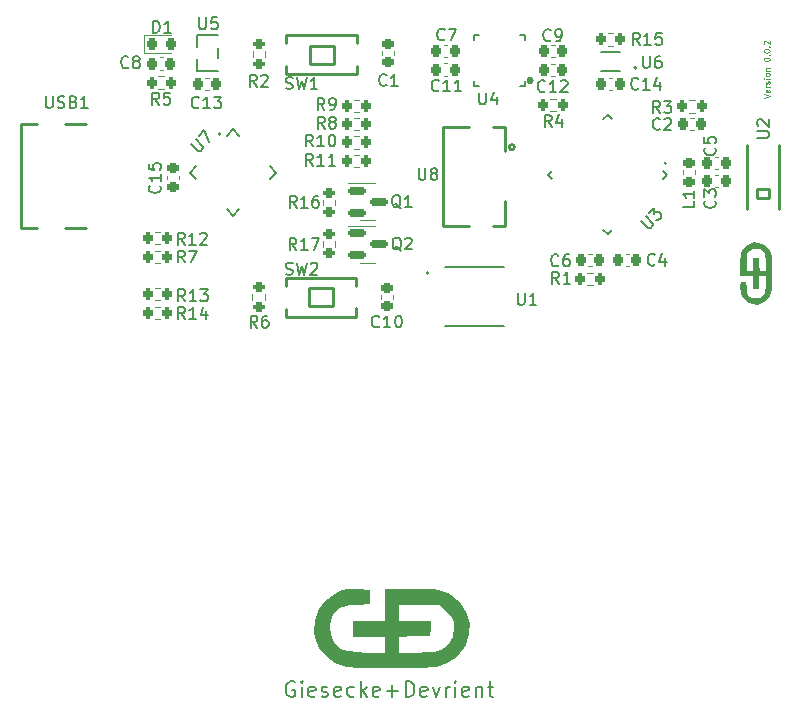
<source format=gto>
%TF.GenerationSoftware,KiCad,Pcbnew,(6.0.7)*%
%TF.CreationDate,2022-08-03T19:32:55+08:00*%
%TF.ProjectId,Egret,45677265-742e-46b6-9963-61645f706362,rev?*%
%TF.SameCoordinates,Original*%
%TF.FileFunction,Legend,Top*%
%TF.FilePolarity,Positive*%
%FSLAX46Y46*%
G04 Gerber Fmt 4.6, Leading zero omitted, Abs format (unit mm)*
G04 Created by KiCad (PCBNEW (6.0.7)) date 2022-08-03 19:32:55*
%MOMM*%
%LPD*%
G01*
G04 APERTURE LIST*
G04 Aperture macros list*
%AMRoundRect*
0 Rectangle with rounded corners*
0 $1 Rounding radius*
0 $2 $3 $4 $5 $6 $7 $8 $9 X,Y pos of 4 corners*
0 Add a 4 corners polygon primitive as box body*
4,1,4,$2,$3,$4,$5,$6,$7,$8,$9,$2,$3,0*
0 Add four circle primitives for the rounded corners*
1,1,$1+$1,$2,$3*
1,1,$1+$1,$4,$5*
1,1,$1+$1,$6,$7*
1,1,$1+$1,$8,$9*
0 Add four rect primitives between the rounded corners*
20,1,$1+$1,$2,$3,$4,$5,0*
20,1,$1+$1,$4,$5,$6,$7,0*
20,1,$1+$1,$6,$7,$8,$9,0*
20,1,$1+$1,$8,$9,$2,$3,0*%
%AMRotRect*
0 Rectangle, with rotation*
0 The origin of the aperture is its center*
0 $1 length*
0 $2 width*
0 $3 Rotation angle, in degrees counterclockwise*
0 Add horizontal line*
21,1,$1,$2,0,0,$3*%
G04 Aperture macros list end*
%ADD10C,0.100000*%
%ADD11C,0.200000*%
%ADD12C,0.150000*%
%ADD13C,0.300000*%
%ADD14C,0.120000*%
%ADD15C,0.254000*%
%ADD16C,0.127000*%
%ADD17C,0.152000*%
%ADD18RoundRect,0.200000X0.200000X0.275000X-0.200000X0.275000X-0.200000X-0.275000X0.200000X-0.275000X0*%
%ADD19R,2.300000X0.800000*%
%ADD20RoundRect,0.150000X-0.587500X-0.150000X0.587500X-0.150000X0.587500X0.150000X-0.587500X0.150000X0*%
%ADD21RoundRect,0.200000X-0.200000X-0.275000X0.200000X-0.275000X0.200000X0.275000X-0.200000X0.275000X0*%
%ADD22R,0.550000X0.250000*%
%ADD23RoundRect,0.218750X-0.256250X0.218750X-0.256250X-0.218750X0.256250X-0.218750X0.256250X0.218750X0*%
%ADD24RoundRect,0.200000X-0.275000X0.200000X-0.275000X-0.200000X0.275000X-0.200000X0.275000X0.200000X0*%
%ADD25RoundRect,0.200000X0.275000X-0.200000X0.275000X0.200000X-0.275000X0.200000X-0.275000X-0.200000X0*%
%ADD26RoundRect,0.225000X0.225000X0.250000X-0.225000X0.250000X-0.225000X-0.250000X0.225000X-0.250000X0*%
%ADD27R,1.070000X0.532000*%
%ADD28RoundRect,0.225000X-0.250000X0.225000X-0.250000X-0.225000X0.250000X-0.225000X0.250000X0.225000X0*%
%ADD29RotRect,0.905000X0.280000X315.000000*%
%ADD30RotRect,0.280000X0.905000X315.000000*%
%ADD31RotRect,3.350000X3.350000X315.000000*%
%ADD32R,1.500000X1.500000*%
%ADD33RoundRect,0.225000X-0.225000X-0.250000X0.225000X-0.250000X0.225000X0.250000X-0.225000X0.250000X0*%
%ADD34O,0.800000X0.280000*%
%ADD35O,0.280000X0.800000*%
%ADD36R,2.700000X2.700000*%
%ADD37RoundRect,0.218750X-0.218750X-0.256250X0.218750X-0.256250X0.218750X0.256250X-0.218750X0.256250X0*%
%ADD38RoundRect,0.225000X0.250000X-0.225000X0.250000X0.225000X-0.250000X0.225000X-0.250000X-0.225000X0*%
%ADD39R,1.500000X0.300000*%
%ADD40R,1.500000X2.000000*%
%ADD41C,0.650000*%
%ADD42O,2.100000X1.000000*%
%ADD43O,1.900000X1.000000*%
%ADD44R,1.150000X0.600000*%
%ADD45R,1.150000X0.300000*%
%ADD46R,1.500000X0.900000*%
%ADD47C,0.610000*%
%ADD48RotRect,0.280000X0.800000X135.000000*%
%ADD49RotRect,0.800000X0.280000X135.000000*%
%ADD50RotRect,5.400000X5.400000X135.000000*%
%ADD51C,1.000000*%
G04 APERTURE END LIST*
D10*
X179756190Y-80262380D02*
X180256190Y-80095714D01*
X179756190Y-79929047D01*
X180232380Y-79571904D02*
X180256190Y-79619523D01*
X180256190Y-79714761D01*
X180232380Y-79762380D01*
X180184761Y-79786190D01*
X179994285Y-79786190D01*
X179946666Y-79762380D01*
X179922857Y-79714761D01*
X179922857Y-79619523D01*
X179946666Y-79571904D01*
X179994285Y-79548095D01*
X180041904Y-79548095D01*
X180089523Y-79786190D01*
X180256190Y-79333809D02*
X179922857Y-79333809D01*
X180018095Y-79333809D02*
X179970476Y-79310000D01*
X179946666Y-79286190D01*
X179922857Y-79238571D01*
X179922857Y-79190952D01*
X180232380Y-79048095D02*
X180256190Y-79000476D01*
X180256190Y-78905238D01*
X180232380Y-78857619D01*
X180184761Y-78833809D01*
X180160952Y-78833809D01*
X180113333Y-78857619D01*
X180089523Y-78905238D01*
X180089523Y-78976666D01*
X180065714Y-79024285D01*
X180018095Y-79048095D01*
X179994285Y-79048095D01*
X179946666Y-79024285D01*
X179922857Y-78976666D01*
X179922857Y-78905238D01*
X179946666Y-78857619D01*
X180256190Y-78619523D02*
X179922857Y-78619523D01*
X179756190Y-78619523D02*
X179780000Y-78643333D01*
X179803809Y-78619523D01*
X179780000Y-78595714D01*
X179756190Y-78619523D01*
X179803809Y-78619523D01*
X180256190Y-78310000D02*
X180232380Y-78357619D01*
X180208571Y-78381428D01*
X180160952Y-78405238D01*
X180018095Y-78405238D01*
X179970476Y-78381428D01*
X179946666Y-78357619D01*
X179922857Y-78310000D01*
X179922857Y-78238571D01*
X179946666Y-78190952D01*
X179970476Y-78167142D01*
X180018095Y-78143333D01*
X180160952Y-78143333D01*
X180208571Y-78167142D01*
X180232380Y-78190952D01*
X180256190Y-78238571D01*
X180256190Y-78310000D01*
X179922857Y-77929047D02*
X180256190Y-77929047D01*
X179970476Y-77929047D02*
X179946666Y-77905238D01*
X179922857Y-77857619D01*
X179922857Y-77786190D01*
X179946666Y-77738571D01*
X179994285Y-77714761D01*
X180256190Y-77714761D01*
X179756190Y-77000476D02*
X179756190Y-76952857D01*
X179780000Y-76905238D01*
X179803809Y-76881428D01*
X179851428Y-76857619D01*
X179946666Y-76833809D01*
X180065714Y-76833809D01*
X180160952Y-76857619D01*
X180208571Y-76881428D01*
X180232380Y-76905238D01*
X180256190Y-76952857D01*
X180256190Y-77000476D01*
X180232380Y-77048095D01*
X180208571Y-77071904D01*
X180160952Y-77095714D01*
X180065714Y-77119523D01*
X179946666Y-77119523D01*
X179851428Y-77095714D01*
X179803809Y-77071904D01*
X179780000Y-77048095D01*
X179756190Y-77000476D01*
X180208571Y-76619523D02*
X180232380Y-76595714D01*
X180256190Y-76619523D01*
X180232380Y-76643333D01*
X180208571Y-76619523D01*
X180256190Y-76619523D01*
X179756190Y-76286190D02*
X179756190Y-76238571D01*
X179780000Y-76190952D01*
X179803809Y-76167142D01*
X179851428Y-76143333D01*
X179946666Y-76119523D01*
X180065714Y-76119523D01*
X180160952Y-76143333D01*
X180208571Y-76167142D01*
X180232380Y-76190952D01*
X180256190Y-76238571D01*
X180256190Y-76286190D01*
X180232380Y-76333809D01*
X180208571Y-76357619D01*
X180160952Y-76381428D01*
X180065714Y-76405238D01*
X179946666Y-76405238D01*
X179851428Y-76381428D01*
X179803809Y-76357619D01*
X179780000Y-76333809D01*
X179756190Y-76286190D01*
X180208571Y-75905238D02*
X180232380Y-75881428D01*
X180256190Y-75905238D01*
X180232380Y-75929047D01*
X180208571Y-75905238D01*
X180256190Y-75905238D01*
X179803809Y-75690952D02*
X179780000Y-75667142D01*
X179756190Y-75619523D01*
X179756190Y-75500476D01*
X179780000Y-75452857D01*
X179803809Y-75429047D01*
X179851428Y-75405238D01*
X179899047Y-75405238D01*
X179970476Y-75429047D01*
X180256190Y-75714761D01*
X180256190Y-75405238D01*
D11*
X140034285Y-129710000D02*
X139910476Y-129648095D01*
X139724761Y-129648095D01*
X139539047Y-129710000D01*
X139415238Y-129833809D01*
X139353333Y-129957619D01*
X139291428Y-130205238D01*
X139291428Y-130390952D01*
X139353333Y-130638571D01*
X139415238Y-130762380D01*
X139539047Y-130886190D01*
X139724761Y-130948095D01*
X139848571Y-130948095D01*
X140034285Y-130886190D01*
X140096190Y-130824285D01*
X140096190Y-130390952D01*
X139848571Y-130390952D01*
X140653333Y-130948095D02*
X140653333Y-130081428D01*
X140653333Y-129648095D02*
X140591428Y-129710000D01*
X140653333Y-129771904D01*
X140715238Y-129710000D01*
X140653333Y-129648095D01*
X140653333Y-129771904D01*
X141767619Y-130886190D02*
X141643809Y-130948095D01*
X141396190Y-130948095D01*
X141272380Y-130886190D01*
X141210476Y-130762380D01*
X141210476Y-130267142D01*
X141272380Y-130143333D01*
X141396190Y-130081428D01*
X141643809Y-130081428D01*
X141767619Y-130143333D01*
X141829523Y-130267142D01*
X141829523Y-130390952D01*
X141210476Y-130514761D01*
X142324761Y-130886190D02*
X142448571Y-130948095D01*
X142696190Y-130948095D01*
X142820000Y-130886190D01*
X142881904Y-130762380D01*
X142881904Y-130700476D01*
X142820000Y-130576666D01*
X142696190Y-130514761D01*
X142510476Y-130514761D01*
X142386666Y-130452857D01*
X142324761Y-130329047D01*
X142324761Y-130267142D01*
X142386666Y-130143333D01*
X142510476Y-130081428D01*
X142696190Y-130081428D01*
X142820000Y-130143333D01*
X143934285Y-130886190D02*
X143810476Y-130948095D01*
X143562857Y-130948095D01*
X143439047Y-130886190D01*
X143377142Y-130762380D01*
X143377142Y-130267142D01*
X143439047Y-130143333D01*
X143562857Y-130081428D01*
X143810476Y-130081428D01*
X143934285Y-130143333D01*
X143996190Y-130267142D01*
X143996190Y-130390952D01*
X143377142Y-130514761D01*
X145110476Y-130886190D02*
X144986666Y-130948095D01*
X144739047Y-130948095D01*
X144615238Y-130886190D01*
X144553333Y-130824285D01*
X144491428Y-130700476D01*
X144491428Y-130329047D01*
X144553333Y-130205238D01*
X144615238Y-130143333D01*
X144739047Y-130081428D01*
X144986666Y-130081428D01*
X145110476Y-130143333D01*
X145667619Y-130948095D02*
X145667619Y-129648095D01*
X145791428Y-130452857D02*
X146162857Y-130948095D01*
X146162857Y-130081428D02*
X145667619Y-130576666D01*
X147215238Y-130886190D02*
X147091428Y-130948095D01*
X146843809Y-130948095D01*
X146720000Y-130886190D01*
X146658095Y-130762380D01*
X146658095Y-130267142D01*
X146720000Y-130143333D01*
X146843809Y-130081428D01*
X147091428Y-130081428D01*
X147215238Y-130143333D01*
X147277142Y-130267142D01*
X147277142Y-130390952D01*
X146658095Y-130514761D01*
X147834285Y-130452857D02*
X148824761Y-130452857D01*
X148329523Y-130948095D02*
X148329523Y-129957619D01*
X149443809Y-130948095D02*
X149443809Y-129648095D01*
X149753333Y-129648095D01*
X149939047Y-129710000D01*
X150062857Y-129833809D01*
X150124761Y-129957619D01*
X150186666Y-130205238D01*
X150186666Y-130390952D01*
X150124761Y-130638571D01*
X150062857Y-130762380D01*
X149939047Y-130886190D01*
X149753333Y-130948095D01*
X149443809Y-130948095D01*
X151239047Y-130886190D02*
X151115238Y-130948095D01*
X150867619Y-130948095D01*
X150743809Y-130886190D01*
X150681904Y-130762380D01*
X150681904Y-130267142D01*
X150743809Y-130143333D01*
X150867619Y-130081428D01*
X151115238Y-130081428D01*
X151239047Y-130143333D01*
X151300952Y-130267142D01*
X151300952Y-130390952D01*
X150681904Y-130514761D01*
X151734285Y-130081428D02*
X152043809Y-130948095D01*
X152353333Y-130081428D01*
X152848571Y-130948095D02*
X152848571Y-130081428D01*
X152848571Y-130329047D02*
X152910476Y-130205238D01*
X152972380Y-130143333D01*
X153096190Y-130081428D01*
X153220000Y-130081428D01*
X153653333Y-130948095D02*
X153653333Y-130081428D01*
X153653333Y-129648095D02*
X153591428Y-129710000D01*
X153653333Y-129771904D01*
X153715238Y-129710000D01*
X153653333Y-129648095D01*
X153653333Y-129771904D01*
X154767619Y-130886190D02*
X154643809Y-130948095D01*
X154396190Y-130948095D01*
X154272380Y-130886190D01*
X154210476Y-130762380D01*
X154210476Y-130267142D01*
X154272380Y-130143333D01*
X154396190Y-130081428D01*
X154643809Y-130081428D01*
X154767619Y-130143333D01*
X154829523Y-130267142D01*
X154829523Y-130390952D01*
X154210476Y-130514761D01*
X155386666Y-130081428D02*
X155386666Y-130948095D01*
X155386666Y-130205238D02*
X155448571Y-130143333D01*
X155572380Y-130081428D01*
X155758095Y-130081428D01*
X155881904Y-130143333D01*
X155943809Y-130267142D01*
X155943809Y-130948095D01*
X156377142Y-130081428D02*
X156872380Y-130081428D01*
X156562857Y-129648095D02*
X156562857Y-130762380D01*
X156624761Y-130886190D01*
X156748571Y-130948095D01*
X156872380Y-130948095D01*
D12*
%TO.C,R14*%
X130750142Y-98956380D02*
X130416809Y-98480190D01*
X130178714Y-98956380D02*
X130178714Y-97956380D01*
X130559666Y-97956380D01*
X130654904Y-98004000D01*
X130702523Y-98051619D01*
X130750142Y-98146857D01*
X130750142Y-98289714D01*
X130702523Y-98384952D01*
X130654904Y-98432571D01*
X130559666Y-98480190D01*
X130178714Y-98480190D01*
X131702523Y-98956380D02*
X131131095Y-98956380D01*
X131416809Y-98956380D02*
X131416809Y-97956380D01*
X131321571Y-98099238D01*
X131226333Y-98194476D01*
X131131095Y-98242095D01*
X132559666Y-98289714D02*
X132559666Y-98956380D01*
X132321571Y-97908761D02*
X132083476Y-98623047D01*
X132702523Y-98623047D01*
%TO.C,U2*%
X179202380Y-83624404D02*
X180011904Y-83624404D01*
X180107142Y-83576785D01*
X180154761Y-83529166D01*
X180202380Y-83433928D01*
X180202380Y-83243452D01*
X180154761Y-83148214D01*
X180107142Y-83100595D01*
X180011904Y-83052976D01*
X179202380Y-83052976D01*
X179297619Y-82624404D02*
X179250000Y-82576785D01*
X179202380Y-82481547D01*
X179202380Y-82243452D01*
X179250000Y-82148214D01*
X179297619Y-82100595D01*
X179392857Y-82052976D01*
X179488095Y-82052976D01*
X179630952Y-82100595D01*
X180202380Y-82672023D01*
X180202380Y-82052976D01*
%TO.C,Q1*%
X149044761Y-89587619D02*
X148949523Y-89540000D01*
X148854285Y-89444761D01*
X148711428Y-89301904D01*
X148616190Y-89254285D01*
X148520952Y-89254285D01*
X148568571Y-89492380D02*
X148473333Y-89444761D01*
X148378095Y-89349523D01*
X148330476Y-89159047D01*
X148330476Y-88825714D01*
X148378095Y-88635238D01*
X148473333Y-88540000D01*
X148568571Y-88492380D01*
X148759047Y-88492380D01*
X148854285Y-88540000D01*
X148949523Y-88635238D01*
X148997142Y-88825714D01*
X148997142Y-89159047D01*
X148949523Y-89349523D01*
X148854285Y-89444761D01*
X148759047Y-89492380D01*
X148568571Y-89492380D01*
X149949523Y-89492380D02*
X149378095Y-89492380D01*
X149663809Y-89492380D02*
X149663809Y-88492380D01*
X149568571Y-88635238D01*
X149473333Y-88730476D01*
X149378095Y-88778095D01*
%TO.C,R15*%
X169252142Y-75738380D02*
X168918809Y-75262190D01*
X168680714Y-75738380D02*
X168680714Y-74738380D01*
X169061666Y-74738380D01*
X169156904Y-74786000D01*
X169204523Y-74833619D01*
X169252142Y-74928857D01*
X169252142Y-75071714D01*
X169204523Y-75166952D01*
X169156904Y-75214571D01*
X169061666Y-75262190D01*
X168680714Y-75262190D01*
X170204523Y-75738380D02*
X169633095Y-75738380D01*
X169918809Y-75738380D02*
X169918809Y-74738380D01*
X169823571Y-74881238D01*
X169728333Y-74976476D01*
X169633095Y-75024095D01*
X171109285Y-74738380D02*
X170633095Y-74738380D01*
X170585476Y-75214571D01*
X170633095Y-75166952D01*
X170728333Y-75119333D01*
X170966428Y-75119333D01*
X171061666Y-75166952D01*
X171109285Y-75214571D01*
X171156904Y-75309809D01*
X171156904Y-75547904D01*
X171109285Y-75643142D01*
X171061666Y-75690761D01*
X170966428Y-75738380D01*
X170728333Y-75738380D01*
X170633095Y-75690761D01*
X170585476Y-75643142D01*
%TO.C,U6*%
X169537117Y-76711678D02*
X169537117Y-77522240D01*
X169584797Y-77617601D01*
X169632478Y-77665281D01*
X169727838Y-77712961D01*
X169918558Y-77712961D01*
X170013919Y-77665281D01*
X170061599Y-77617601D01*
X170109279Y-77522240D01*
X170109279Y-76711678D01*
X171015202Y-76711678D02*
X170824481Y-76711678D01*
X170729121Y-76759358D01*
X170681441Y-76807038D01*
X170586080Y-76950079D01*
X170538400Y-77140799D01*
X170538400Y-77522240D01*
X170586080Y-77617601D01*
X170633761Y-77665281D01*
X170729121Y-77712961D01*
X170919841Y-77712961D01*
X171015202Y-77665281D01*
X171062882Y-77617601D01*
X171110562Y-77522240D01*
X171110562Y-77283840D01*
X171062882Y-77188479D01*
X171015202Y-77140799D01*
X170919841Y-77093119D01*
X170729121Y-77093119D01*
X170633761Y-77140799D01*
X170586080Y-77188479D01*
X170538400Y-77283840D01*
%TO.C,L1*%
X173892380Y-88966666D02*
X173892380Y-89442857D01*
X172892380Y-89442857D01*
X173892380Y-88109523D02*
X173892380Y-88680952D01*
X173892380Y-88395238D02*
X172892380Y-88395238D01*
X173035238Y-88490476D01*
X173130476Y-88585714D01*
X173178095Y-88680952D01*
%TO.C,R16*%
X140207142Y-89542380D02*
X139873809Y-89066190D01*
X139635714Y-89542380D02*
X139635714Y-88542380D01*
X140016666Y-88542380D01*
X140111904Y-88590000D01*
X140159523Y-88637619D01*
X140207142Y-88732857D01*
X140207142Y-88875714D01*
X140159523Y-88970952D01*
X140111904Y-89018571D01*
X140016666Y-89066190D01*
X139635714Y-89066190D01*
X141159523Y-89542380D02*
X140588095Y-89542380D01*
X140873809Y-89542380D02*
X140873809Y-88542380D01*
X140778571Y-88685238D01*
X140683333Y-88780476D01*
X140588095Y-88828095D01*
X142016666Y-88542380D02*
X141826190Y-88542380D01*
X141730952Y-88590000D01*
X141683333Y-88637619D01*
X141588095Y-88780476D01*
X141540476Y-88970952D01*
X141540476Y-89351904D01*
X141588095Y-89447142D01*
X141635714Y-89494761D01*
X141730952Y-89542380D01*
X141921428Y-89542380D01*
X142016666Y-89494761D01*
X142064285Y-89447142D01*
X142111904Y-89351904D01*
X142111904Y-89113809D01*
X142064285Y-89018571D01*
X142016666Y-88970952D01*
X141921428Y-88923333D01*
X141730952Y-88923333D01*
X141635714Y-88970952D01*
X141588095Y-89018571D01*
X141540476Y-89113809D01*
%TO.C,R12*%
X130720142Y-92666380D02*
X130386809Y-92190190D01*
X130148714Y-92666380D02*
X130148714Y-91666380D01*
X130529666Y-91666380D01*
X130624904Y-91714000D01*
X130672523Y-91761619D01*
X130720142Y-91856857D01*
X130720142Y-91999714D01*
X130672523Y-92094952D01*
X130624904Y-92142571D01*
X130529666Y-92190190D01*
X130148714Y-92190190D01*
X131672523Y-92666380D02*
X131101095Y-92666380D01*
X131386809Y-92666380D02*
X131386809Y-91666380D01*
X131291571Y-91809238D01*
X131196333Y-91904476D01*
X131101095Y-91952095D01*
X132053476Y-91761619D02*
X132101095Y-91714000D01*
X132196333Y-91666380D01*
X132434428Y-91666380D01*
X132529666Y-91714000D01*
X132577285Y-91761619D01*
X132624904Y-91856857D01*
X132624904Y-91952095D01*
X132577285Y-92094952D01*
X132005857Y-92666380D01*
X132624904Y-92666380D01*
%TO.C,R17*%
X140187142Y-93112380D02*
X139853809Y-92636190D01*
X139615714Y-93112380D02*
X139615714Y-92112380D01*
X139996666Y-92112380D01*
X140091904Y-92160000D01*
X140139523Y-92207619D01*
X140187142Y-92302857D01*
X140187142Y-92445714D01*
X140139523Y-92540952D01*
X140091904Y-92588571D01*
X139996666Y-92636190D01*
X139615714Y-92636190D01*
X141139523Y-93112380D02*
X140568095Y-93112380D01*
X140853809Y-93112380D02*
X140853809Y-92112380D01*
X140758571Y-92255238D01*
X140663333Y-92350476D01*
X140568095Y-92398095D01*
X141472857Y-92112380D02*
X142139523Y-92112380D01*
X141710952Y-93112380D01*
%TO.C,C6*%
X162383333Y-94397142D02*
X162335714Y-94444761D01*
X162192857Y-94492380D01*
X162097619Y-94492380D01*
X161954761Y-94444761D01*
X161859523Y-94349523D01*
X161811904Y-94254285D01*
X161764285Y-94063809D01*
X161764285Y-93920952D01*
X161811904Y-93730476D01*
X161859523Y-93635238D01*
X161954761Y-93540000D01*
X162097619Y-93492380D01*
X162192857Y-93492380D01*
X162335714Y-93540000D01*
X162383333Y-93587619D01*
X163240476Y-93492380D02*
X163050000Y-93492380D01*
X162954761Y-93540000D01*
X162907142Y-93587619D01*
X162811904Y-93730476D01*
X162764285Y-93920952D01*
X162764285Y-94301904D01*
X162811904Y-94397142D01*
X162859523Y-94444761D01*
X162954761Y-94492380D01*
X163145238Y-94492380D01*
X163240476Y-94444761D01*
X163288095Y-94397142D01*
X163335714Y-94301904D01*
X163335714Y-94063809D01*
X163288095Y-93968571D01*
X163240476Y-93920952D01*
X163145238Y-93873333D01*
X162954761Y-93873333D01*
X162859523Y-93920952D01*
X162811904Y-93968571D01*
X162764285Y-94063809D01*
%TO.C,R13*%
X130777142Y-97452380D02*
X130443809Y-96976190D01*
X130205714Y-97452380D02*
X130205714Y-96452380D01*
X130586666Y-96452380D01*
X130681904Y-96500000D01*
X130729523Y-96547619D01*
X130777142Y-96642857D01*
X130777142Y-96785714D01*
X130729523Y-96880952D01*
X130681904Y-96928571D01*
X130586666Y-96976190D01*
X130205714Y-96976190D01*
X131729523Y-97452380D02*
X131158095Y-97452380D01*
X131443809Y-97452380D02*
X131443809Y-96452380D01*
X131348571Y-96595238D01*
X131253333Y-96690476D01*
X131158095Y-96738095D01*
X132062857Y-96452380D02*
X132681904Y-96452380D01*
X132348571Y-96833333D01*
X132491428Y-96833333D01*
X132586666Y-96880952D01*
X132634285Y-96928571D01*
X132681904Y-97023809D01*
X132681904Y-97261904D01*
X132634285Y-97357142D01*
X132586666Y-97404761D01*
X132491428Y-97452380D01*
X132205714Y-97452380D01*
X132110476Y-97404761D01*
X132062857Y-97357142D01*
%TO.C,U5*%
X131958395Y-73417180D02*
X131958395Y-74226704D01*
X132006014Y-74321942D01*
X132053633Y-74369561D01*
X132148871Y-74417180D01*
X132339347Y-74417180D01*
X132434585Y-74369561D01*
X132482204Y-74321942D01*
X132529823Y-74226704D01*
X132529823Y-73417180D01*
X133482204Y-73417180D02*
X133006014Y-73417180D01*
X132958395Y-73893371D01*
X133006014Y-73845752D01*
X133101252Y-73798133D01*
X133339347Y-73798133D01*
X133434585Y-73845752D01*
X133482204Y-73893371D01*
X133529823Y-73988609D01*
X133529823Y-74226704D01*
X133482204Y-74321942D01*
X133434585Y-74369561D01*
X133339347Y-74417180D01*
X133101252Y-74417180D01*
X133006014Y-74369561D01*
X132958395Y-74321942D01*
%TO.C,R1*%
X162432933Y-95963980D02*
X162099600Y-95487790D01*
X161861504Y-95963980D02*
X161861504Y-94963980D01*
X162242457Y-94963980D01*
X162337695Y-95011600D01*
X162385314Y-95059219D01*
X162432933Y-95154457D01*
X162432933Y-95297314D01*
X162385314Y-95392552D01*
X162337695Y-95440171D01*
X162242457Y-95487790D01*
X161861504Y-95487790D01*
X163385314Y-95963980D02*
X162813885Y-95963980D01*
X163099600Y-95963980D02*
X163099600Y-94963980D01*
X163004361Y-95106838D01*
X162909123Y-95202076D01*
X162813885Y-95249695D01*
%TO.C,R2*%
X136833333Y-79292380D02*
X136500000Y-78816190D01*
X136261904Y-79292380D02*
X136261904Y-78292380D01*
X136642857Y-78292380D01*
X136738095Y-78340000D01*
X136785714Y-78387619D01*
X136833333Y-78482857D01*
X136833333Y-78625714D01*
X136785714Y-78720952D01*
X136738095Y-78768571D01*
X136642857Y-78816190D01*
X136261904Y-78816190D01*
X137214285Y-78387619D02*
X137261904Y-78340000D01*
X137357142Y-78292380D01*
X137595238Y-78292380D01*
X137690476Y-78340000D01*
X137738095Y-78387619D01*
X137785714Y-78482857D01*
X137785714Y-78578095D01*
X137738095Y-78720952D01*
X137166666Y-79292380D01*
X137785714Y-79292380D01*
%TO.C,C14*%
X169152142Y-79443142D02*
X169104523Y-79490761D01*
X168961666Y-79538380D01*
X168866428Y-79538380D01*
X168723571Y-79490761D01*
X168628333Y-79395523D01*
X168580714Y-79300285D01*
X168533095Y-79109809D01*
X168533095Y-78966952D01*
X168580714Y-78776476D01*
X168628333Y-78681238D01*
X168723571Y-78586000D01*
X168866428Y-78538380D01*
X168961666Y-78538380D01*
X169104523Y-78586000D01*
X169152142Y-78633619D01*
X170104523Y-79538380D02*
X169533095Y-79538380D01*
X169818809Y-79538380D02*
X169818809Y-78538380D01*
X169723571Y-78681238D01*
X169628333Y-78776476D01*
X169533095Y-78824095D01*
X170961666Y-78871714D02*
X170961666Y-79538380D01*
X170723571Y-78490761D02*
X170485476Y-79205047D01*
X171104523Y-79205047D01*
%TO.C,C15*%
X128607142Y-87672857D02*
X128654761Y-87720476D01*
X128702380Y-87863333D01*
X128702380Y-87958571D01*
X128654761Y-88101428D01*
X128559523Y-88196666D01*
X128464285Y-88244285D01*
X128273809Y-88291904D01*
X128130952Y-88291904D01*
X127940476Y-88244285D01*
X127845238Y-88196666D01*
X127750000Y-88101428D01*
X127702380Y-87958571D01*
X127702380Y-87863333D01*
X127750000Y-87720476D01*
X127797619Y-87672857D01*
X128702380Y-86720476D02*
X128702380Y-87291904D01*
X128702380Y-87006190D02*
X127702380Y-87006190D01*
X127845238Y-87101428D01*
X127940476Y-87196666D01*
X127988095Y-87291904D01*
X127702380Y-85815714D02*
X127702380Y-86291904D01*
X128178571Y-86339523D01*
X128130952Y-86291904D01*
X128083333Y-86196666D01*
X128083333Y-85958571D01*
X128130952Y-85863333D01*
X128178571Y-85815714D01*
X128273809Y-85768095D01*
X128511904Y-85768095D01*
X128607142Y-85815714D01*
X128654761Y-85863333D01*
X128702380Y-85958571D01*
X128702380Y-86196666D01*
X128654761Y-86291904D01*
X128607142Y-86339523D01*
%TO.C,C11*%
X152265142Y-79605142D02*
X152217523Y-79652761D01*
X152074666Y-79700380D01*
X151979428Y-79700380D01*
X151836571Y-79652761D01*
X151741333Y-79557523D01*
X151693714Y-79462285D01*
X151646095Y-79271809D01*
X151646095Y-79128952D01*
X151693714Y-78938476D01*
X151741333Y-78843238D01*
X151836571Y-78748000D01*
X151979428Y-78700380D01*
X152074666Y-78700380D01*
X152217523Y-78748000D01*
X152265142Y-78795619D01*
X153217523Y-79700380D02*
X152646095Y-79700380D01*
X152931809Y-79700380D02*
X152931809Y-78700380D01*
X152836571Y-78843238D01*
X152741333Y-78938476D01*
X152646095Y-78986095D01*
X154169904Y-79700380D02*
X153598476Y-79700380D01*
X153884190Y-79700380D02*
X153884190Y-78700380D01*
X153788952Y-78843238D01*
X153693714Y-78938476D01*
X153598476Y-78986095D01*
%TO.C,R10*%
X141597142Y-84342380D02*
X141263809Y-83866190D01*
X141025714Y-84342380D02*
X141025714Y-83342380D01*
X141406666Y-83342380D01*
X141501904Y-83390000D01*
X141549523Y-83437619D01*
X141597142Y-83532857D01*
X141597142Y-83675714D01*
X141549523Y-83770952D01*
X141501904Y-83818571D01*
X141406666Y-83866190D01*
X141025714Y-83866190D01*
X142549523Y-84342380D02*
X141978095Y-84342380D01*
X142263809Y-84342380D02*
X142263809Y-83342380D01*
X142168571Y-83485238D01*
X142073333Y-83580476D01*
X141978095Y-83628095D01*
X143168571Y-83342380D02*
X143263809Y-83342380D01*
X143359047Y-83390000D01*
X143406666Y-83437619D01*
X143454285Y-83532857D01*
X143501904Y-83723333D01*
X143501904Y-83961428D01*
X143454285Y-84151904D01*
X143406666Y-84247142D01*
X143359047Y-84294761D01*
X143263809Y-84342380D01*
X143168571Y-84342380D01*
X143073333Y-84294761D01*
X143025714Y-84247142D01*
X142978095Y-84151904D01*
X142930476Y-83961428D01*
X142930476Y-83723333D01*
X142978095Y-83532857D01*
X143025714Y-83437619D01*
X143073333Y-83390000D01*
X143168571Y-83342380D01*
%TO.C,R8*%
X142573333Y-82842380D02*
X142240000Y-82366190D01*
X142001904Y-82842380D02*
X142001904Y-81842380D01*
X142382857Y-81842380D01*
X142478095Y-81890000D01*
X142525714Y-81937619D01*
X142573333Y-82032857D01*
X142573333Y-82175714D01*
X142525714Y-82270952D01*
X142478095Y-82318571D01*
X142382857Y-82366190D01*
X142001904Y-82366190D01*
X143144761Y-82270952D02*
X143049523Y-82223333D01*
X143001904Y-82175714D01*
X142954285Y-82080476D01*
X142954285Y-82032857D01*
X143001904Y-81937619D01*
X143049523Y-81890000D01*
X143144761Y-81842380D01*
X143335238Y-81842380D01*
X143430476Y-81890000D01*
X143478095Y-81937619D01*
X143525714Y-82032857D01*
X143525714Y-82080476D01*
X143478095Y-82175714D01*
X143430476Y-82223333D01*
X143335238Y-82270952D01*
X143144761Y-82270952D01*
X143049523Y-82318571D01*
X143001904Y-82366190D01*
X142954285Y-82461428D01*
X142954285Y-82651904D01*
X143001904Y-82747142D01*
X143049523Y-82794761D01*
X143144761Y-82842380D01*
X143335238Y-82842380D01*
X143430476Y-82794761D01*
X143478095Y-82747142D01*
X143525714Y-82651904D01*
X143525714Y-82461428D01*
X143478095Y-82366190D01*
X143430476Y-82318571D01*
X143335238Y-82270952D01*
%TO.C,U7*%
X131257977Y-84127572D02*
X131830396Y-84699992D01*
X131931412Y-84733664D01*
X131998755Y-84733664D01*
X132099770Y-84699992D01*
X132234457Y-84565305D01*
X132268129Y-84464290D01*
X132268129Y-84396946D01*
X132234457Y-84295931D01*
X131662038Y-83723511D01*
X131931412Y-83454137D02*
X132402816Y-82982733D01*
X132806877Y-83992885D01*
%TO.C,R5*%
X128573333Y-80812380D02*
X128240000Y-80336190D01*
X128001904Y-80812380D02*
X128001904Y-79812380D01*
X128382857Y-79812380D01*
X128478095Y-79860000D01*
X128525714Y-79907619D01*
X128573333Y-80002857D01*
X128573333Y-80145714D01*
X128525714Y-80240952D01*
X128478095Y-80288571D01*
X128382857Y-80336190D01*
X128001904Y-80336190D01*
X129478095Y-79812380D02*
X129001904Y-79812380D01*
X128954285Y-80288571D01*
X129001904Y-80240952D01*
X129097142Y-80193333D01*
X129335238Y-80193333D01*
X129430476Y-80240952D01*
X129478095Y-80288571D01*
X129525714Y-80383809D01*
X129525714Y-80621904D01*
X129478095Y-80717142D01*
X129430476Y-80764761D01*
X129335238Y-80812380D01*
X129097142Y-80812380D01*
X129001904Y-80764761D01*
X128954285Y-80717142D01*
%TO.C,SW2*%
X139297976Y-95164761D02*
X139440833Y-95212380D01*
X139678928Y-95212380D01*
X139774166Y-95164761D01*
X139821785Y-95117142D01*
X139869404Y-95021904D01*
X139869404Y-94926666D01*
X139821785Y-94831428D01*
X139774166Y-94783809D01*
X139678928Y-94736190D01*
X139488452Y-94688571D01*
X139393214Y-94640952D01*
X139345595Y-94593333D01*
X139297976Y-94498095D01*
X139297976Y-94402857D01*
X139345595Y-94307619D01*
X139393214Y-94260000D01*
X139488452Y-94212380D01*
X139726547Y-94212380D01*
X139869404Y-94260000D01*
X140202738Y-94212380D02*
X140440833Y-95212380D01*
X140631309Y-94498095D01*
X140821785Y-95212380D01*
X141059880Y-94212380D01*
X141393214Y-94307619D02*
X141440833Y-94260000D01*
X141536071Y-94212380D01*
X141774166Y-94212380D01*
X141869404Y-94260000D01*
X141917023Y-94307619D01*
X141964642Y-94402857D01*
X141964642Y-94498095D01*
X141917023Y-94640952D01*
X141345595Y-95212380D01*
X141964642Y-95212380D01*
%TO.C,C2*%
X170973333Y-82867142D02*
X170925714Y-82914761D01*
X170782857Y-82962380D01*
X170687619Y-82962380D01*
X170544761Y-82914761D01*
X170449523Y-82819523D01*
X170401904Y-82724285D01*
X170354285Y-82533809D01*
X170354285Y-82390952D01*
X170401904Y-82200476D01*
X170449523Y-82105238D01*
X170544761Y-82010000D01*
X170687619Y-81962380D01*
X170782857Y-81962380D01*
X170925714Y-82010000D01*
X170973333Y-82057619D01*
X171354285Y-82057619D02*
X171401904Y-82010000D01*
X171497142Y-81962380D01*
X171735238Y-81962380D01*
X171830476Y-82010000D01*
X171878095Y-82057619D01*
X171925714Y-82152857D01*
X171925714Y-82248095D01*
X171878095Y-82390952D01*
X171306666Y-82962380D01*
X171925714Y-82962380D01*
%TO.C,C4*%
X170553333Y-94347142D02*
X170505714Y-94394761D01*
X170362857Y-94442380D01*
X170267619Y-94442380D01*
X170124761Y-94394761D01*
X170029523Y-94299523D01*
X169981904Y-94204285D01*
X169934285Y-94013809D01*
X169934285Y-93870952D01*
X169981904Y-93680476D01*
X170029523Y-93585238D01*
X170124761Y-93490000D01*
X170267619Y-93442380D01*
X170362857Y-93442380D01*
X170505714Y-93490000D01*
X170553333Y-93537619D01*
X171410476Y-93775714D02*
X171410476Y-94442380D01*
X171172380Y-93394761D02*
X170934285Y-94109047D01*
X171553333Y-94109047D01*
%TO.C,C3*%
X175617142Y-88946666D02*
X175664761Y-88994285D01*
X175712380Y-89137142D01*
X175712380Y-89232380D01*
X175664761Y-89375238D01*
X175569523Y-89470476D01*
X175474285Y-89518095D01*
X175283809Y-89565714D01*
X175140952Y-89565714D01*
X174950476Y-89518095D01*
X174855238Y-89470476D01*
X174760000Y-89375238D01*
X174712380Y-89232380D01*
X174712380Y-89137142D01*
X174760000Y-88994285D01*
X174807619Y-88946666D01*
X174712380Y-88613333D02*
X174712380Y-87994285D01*
X175093333Y-88327619D01*
X175093333Y-88184761D01*
X175140952Y-88089523D01*
X175188571Y-88041904D01*
X175283809Y-87994285D01*
X175521904Y-87994285D01*
X175617142Y-88041904D01*
X175664761Y-88089523D01*
X175712380Y-88184761D01*
X175712380Y-88470476D01*
X175664761Y-88565714D01*
X175617142Y-88613333D01*
%TO.C,C13*%
X131947142Y-81037142D02*
X131899523Y-81084761D01*
X131756666Y-81132380D01*
X131661428Y-81132380D01*
X131518571Y-81084761D01*
X131423333Y-80989523D01*
X131375714Y-80894285D01*
X131328095Y-80703809D01*
X131328095Y-80560952D01*
X131375714Y-80370476D01*
X131423333Y-80275238D01*
X131518571Y-80180000D01*
X131661428Y-80132380D01*
X131756666Y-80132380D01*
X131899523Y-80180000D01*
X131947142Y-80227619D01*
X132899523Y-81132380D02*
X132328095Y-81132380D01*
X132613809Y-81132380D02*
X132613809Y-80132380D01*
X132518571Y-80275238D01*
X132423333Y-80370476D01*
X132328095Y-80418095D01*
X133232857Y-80132380D02*
X133851904Y-80132380D01*
X133518571Y-80513333D01*
X133661428Y-80513333D01*
X133756666Y-80560952D01*
X133804285Y-80608571D01*
X133851904Y-80703809D01*
X133851904Y-80941904D01*
X133804285Y-81037142D01*
X133756666Y-81084761D01*
X133661428Y-81132380D01*
X133375714Y-81132380D01*
X133280476Y-81084761D01*
X133232857Y-81037142D01*
%TO.C,C9*%
X161713333Y-75337142D02*
X161665714Y-75384761D01*
X161522857Y-75432380D01*
X161427619Y-75432380D01*
X161284761Y-75384761D01*
X161189523Y-75289523D01*
X161141904Y-75194285D01*
X161094285Y-75003809D01*
X161094285Y-74860952D01*
X161141904Y-74670476D01*
X161189523Y-74575238D01*
X161284761Y-74480000D01*
X161427619Y-74432380D01*
X161522857Y-74432380D01*
X161665714Y-74480000D01*
X161713333Y-74527619D01*
X162189523Y-75432380D02*
X162380000Y-75432380D01*
X162475238Y-75384761D01*
X162522857Y-75337142D01*
X162618095Y-75194285D01*
X162665714Y-75003809D01*
X162665714Y-74622857D01*
X162618095Y-74527619D01*
X162570476Y-74480000D01*
X162475238Y-74432380D01*
X162284761Y-74432380D01*
X162189523Y-74480000D01*
X162141904Y-74527619D01*
X162094285Y-74622857D01*
X162094285Y-74860952D01*
X162141904Y-74956190D01*
X162189523Y-75003809D01*
X162284761Y-75051428D01*
X162475238Y-75051428D01*
X162570476Y-75003809D01*
X162618095Y-74956190D01*
X162665714Y-74860952D01*
%TO.C,C7*%
X152741333Y-75287142D02*
X152693714Y-75334761D01*
X152550857Y-75382380D01*
X152455619Y-75382380D01*
X152312761Y-75334761D01*
X152217523Y-75239523D01*
X152169904Y-75144285D01*
X152122285Y-74953809D01*
X152122285Y-74810952D01*
X152169904Y-74620476D01*
X152217523Y-74525238D01*
X152312761Y-74430000D01*
X152455619Y-74382380D01*
X152550857Y-74382380D01*
X152693714Y-74430000D01*
X152741333Y-74477619D01*
X153074666Y-74382380D02*
X153741333Y-74382380D01*
X153312761Y-75382380D01*
%TO.C,U4*%
X155670595Y-79792380D02*
X155670595Y-80601904D01*
X155718214Y-80697142D01*
X155765833Y-80744761D01*
X155861071Y-80792380D01*
X156051547Y-80792380D01*
X156146785Y-80744761D01*
X156194404Y-80697142D01*
X156242023Y-80601904D01*
X156242023Y-79792380D01*
X157146785Y-80125714D02*
X157146785Y-80792380D01*
X156908690Y-79744761D02*
X156670595Y-80459047D01*
X157289642Y-80459047D01*
%TO.C,R9*%
X142571333Y-81262380D02*
X142238000Y-80786190D01*
X141999904Y-81262380D02*
X141999904Y-80262380D01*
X142380857Y-80262380D01*
X142476095Y-80310000D01*
X142523714Y-80357619D01*
X142571333Y-80452857D01*
X142571333Y-80595714D01*
X142523714Y-80690952D01*
X142476095Y-80738571D01*
X142380857Y-80786190D01*
X141999904Y-80786190D01*
X143047523Y-81262380D02*
X143238000Y-81262380D01*
X143333238Y-81214761D01*
X143380857Y-81167142D01*
X143476095Y-81024285D01*
X143523714Y-80833809D01*
X143523714Y-80452857D01*
X143476095Y-80357619D01*
X143428476Y-80310000D01*
X143333238Y-80262380D01*
X143142761Y-80262380D01*
X143047523Y-80310000D01*
X142999904Y-80357619D01*
X142952285Y-80452857D01*
X142952285Y-80690952D01*
X142999904Y-80786190D01*
X143047523Y-80833809D01*
X143142761Y-80881428D01*
X143333238Y-80881428D01*
X143428476Y-80833809D01*
X143476095Y-80786190D01*
X143523714Y-80690952D01*
%TO.C,D1*%
X128051904Y-74722380D02*
X128051904Y-73722380D01*
X128290000Y-73722380D01*
X128432857Y-73770000D01*
X128528095Y-73865238D01*
X128575714Y-73960476D01*
X128623333Y-74150952D01*
X128623333Y-74293809D01*
X128575714Y-74484285D01*
X128528095Y-74579523D01*
X128432857Y-74674761D01*
X128290000Y-74722380D01*
X128051904Y-74722380D01*
X129575714Y-74722380D02*
X129004285Y-74722380D01*
X129290000Y-74722380D02*
X129290000Y-73722380D01*
X129194761Y-73865238D01*
X129099523Y-73960476D01*
X129004285Y-74008095D01*
%TO.C,C10*%
X147207142Y-99587142D02*
X147159523Y-99634761D01*
X147016666Y-99682380D01*
X146921428Y-99682380D01*
X146778571Y-99634761D01*
X146683333Y-99539523D01*
X146635714Y-99444285D01*
X146588095Y-99253809D01*
X146588095Y-99110952D01*
X146635714Y-98920476D01*
X146683333Y-98825238D01*
X146778571Y-98730000D01*
X146921428Y-98682380D01*
X147016666Y-98682380D01*
X147159523Y-98730000D01*
X147207142Y-98777619D01*
X148159523Y-99682380D02*
X147588095Y-99682380D01*
X147873809Y-99682380D02*
X147873809Y-98682380D01*
X147778571Y-98825238D01*
X147683333Y-98920476D01*
X147588095Y-98968095D01*
X148778571Y-98682380D02*
X148873809Y-98682380D01*
X148969047Y-98730000D01*
X149016666Y-98777619D01*
X149064285Y-98872857D01*
X149111904Y-99063333D01*
X149111904Y-99301428D01*
X149064285Y-99491904D01*
X149016666Y-99587142D01*
X148969047Y-99634761D01*
X148873809Y-99682380D01*
X148778571Y-99682380D01*
X148683333Y-99634761D01*
X148635714Y-99587142D01*
X148588095Y-99491904D01*
X148540476Y-99301428D01*
X148540476Y-99063333D01*
X148588095Y-98872857D01*
X148635714Y-98777619D01*
X148683333Y-98730000D01*
X148778571Y-98682380D01*
%TO.C,C12*%
X161247142Y-79657142D02*
X161199523Y-79704761D01*
X161056666Y-79752380D01*
X160961428Y-79752380D01*
X160818571Y-79704761D01*
X160723333Y-79609523D01*
X160675714Y-79514285D01*
X160628095Y-79323809D01*
X160628095Y-79180952D01*
X160675714Y-78990476D01*
X160723333Y-78895238D01*
X160818571Y-78800000D01*
X160961428Y-78752380D01*
X161056666Y-78752380D01*
X161199523Y-78800000D01*
X161247142Y-78847619D01*
X162199523Y-79752380D02*
X161628095Y-79752380D01*
X161913809Y-79752380D02*
X161913809Y-78752380D01*
X161818571Y-78895238D01*
X161723333Y-78990476D01*
X161628095Y-79038095D01*
X162580476Y-78847619D02*
X162628095Y-78800000D01*
X162723333Y-78752380D01*
X162961428Y-78752380D01*
X163056666Y-78800000D01*
X163104285Y-78847619D01*
X163151904Y-78942857D01*
X163151904Y-79038095D01*
X163104285Y-79180952D01*
X162532857Y-79752380D01*
X163151904Y-79752380D01*
%TO.C,R11*%
X141590142Y-85967380D02*
X141256809Y-85491190D01*
X141018714Y-85967380D02*
X141018714Y-84967380D01*
X141399666Y-84967380D01*
X141494904Y-85015000D01*
X141542523Y-85062619D01*
X141590142Y-85157857D01*
X141590142Y-85300714D01*
X141542523Y-85395952D01*
X141494904Y-85443571D01*
X141399666Y-85491190D01*
X141018714Y-85491190D01*
X142542523Y-85967380D02*
X141971095Y-85967380D01*
X142256809Y-85967380D02*
X142256809Y-84967380D01*
X142161571Y-85110238D01*
X142066333Y-85205476D01*
X141971095Y-85253095D01*
X143494904Y-85967380D02*
X142923476Y-85967380D01*
X143209190Y-85967380D02*
X143209190Y-84967380D01*
X143113952Y-85110238D01*
X143018714Y-85205476D01*
X142923476Y-85253095D01*
%TO.C,C8*%
X125973333Y-77627142D02*
X125925714Y-77674761D01*
X125782857Y-77722380D01*
X125687619Y-77722380D01*
X125544761Y-77674761D01*
X125449523Y-77579523D01*
X125401904Y-77484285D01*
X125354285Y-77293809D01*
X125354285Y-77150952D01*
X125401904Y-76960476D01*
X125449523Y-76865238D01*
X125544761Y-76770000D01*
X125687619Y-76722380D01*
X125782857Y-76722380D01*
X125925714Y-76770000D01*
X125973333Y-76817619D01*
X126544761Y-77150952D02*
X126449523Y-77103333D01*
X126401904Y-77055714D01*
X126354285Y-76960476D01*
X126354285Y-76912857D01*
X126401904Y-76817619D01*
X126449523Y-76770000D01*
X126544761Y-76722380D01*
X126735238Y-76722380D01*
X126830476Y-76770000D01*
X126878095Y-76817619D01*
X126925714Y-76912857D01*
X126925714Y-76960476D01*
X126878095Y-77055714D01*
X126830476Y-77103333D01*
X126735238Y-77150952D01*
X126544761Y-77150952D01*
X126449523Y-77198571D01*
X126401904Y-77246190D01*
X126354285Y-77341428D01*
X126354285Y-77531904D01*
X126401904Y-77627142D01*
X126449523Y-77674761D01*
X126544761Y-77722380D01*
X126735238Y-77722380D01*
X126830476Y-77674761D01*
X126878095Y-77627142D01*
X126925714Y-77531904D01*
X126925714Y-77341428D01*
X126878095Y-77246190D01*
X126830476Y-77198571D01*
X126735238Y-77150952D01*
%TO.C,U8*%
X150550595Y-86192380D02*
X150550595Y-87001904D01*
X150598214Y-87097142D01*
X150645833Y-87144761D01*
X150741071Y-87192380D01*
X150931547Y-87192380D01*
X151026785Y-87144761D01*
X151074404Y-87097142D01*
X151122023Y-87001904D01*
X151122023Y-86192380D01*
X151741071Y-86620952D02*
X151645833Y-86573333D01*
X151598214Y-86525714D01*
X151550595Y-86430476D01*
X151550595Y-86382857D01*
X151598214Y-86287619D01*
X151645833Y-86240000D01*
X151741071Y-86192380D01*
X151931547Y-86192380D01*
X152026785Y-86240000D01*
X152074404Y-86287619D01*
X152122023Y-86382857D01*
X152122023Y-86430476D01*
X152074404Y-86525714D01*
X152026785Y-86573333D01*
X151931547Y-86620952D01*
X151741071Y-86620952D01*
X151645833Y-86668571D01*
X151598214Y-86716190D01*
X151550595Y-86811428D01*
X151550595Y-87001904D01*
X151598214Y-87097142D01*
X151645833Y-87144761D01*
X151741071Y-87192380D01*
X151931547Y-87192380D01*
X152026785Y-87144761D01*
X152074404Y-87097142D01*
X152122023Y-87001904D01*
X152122023Y-86811428D01*
X152074404Y-86716190D01*
X152026785Y-86668571D01*
X151931547Y-86620952D01*
%TO.C,Q2*%
X149065761Y-93170819D02*
X148970523Y-93123200D01*
X148875285Y-93027961D01*
X148732428Y-92885104D01*
X148637190Y-92837485D01*
X148541952Y-92837485D01*
X148589571Y-93075580D02*
X148494333Y-93027961D01*
X148399095Y-92932723D01*
X148351476Y-92742247D01*
X148351476Y-92408914D01*
X148399095Y-92218438D01*
X148494333Y-92123200D01*
X148589571Y-92075580D01*
X148780047Y-92075580D01*
X148875285Y-92123200D01*
X148970523Y-92218438D01*
X149018142Y-92408914D01*
X149018142Y-92742247D01*
X148970523Y-92932723D01*
X148875285Y-93027961D01*
X148780047Y-93075580D01*
X148589571Y-93075580D01*
X149399095Y-92170819D02*
X149446714Y-92123200D01*
X149541952Y-92075580D01*
X149780047Y-92075580D01*
X149875285Y-92123200D01*
X149922904Y-92170819D01*
X149970523Y-92266057D01*
X149970523Y-92361295D01*
X149922904Y-92504152D01*
X149351476Y-93075580D01*
X149970523Y-93075580D01*
%TO.C,R3*%
X170973333Y-81522380D02*
X170640000Y-81046190D01*
X170401904Y-81522380D02*
X170401904Y-80522380D01*
X170782857Y-80522380D01*
X170878095Y-80570000D01*
X170925714Y-80617619D01*
X170973333Y-80712857D01*
X170973333Y-80855714D01*
X170925714Y-80950952D01*
X170878095Y-80998571D01*
X170782857Y-81046190D01*
X170401904Y-81046190D01*
X171306666Y-80522380D02*
X171925714Y-80522380D01*
X171592380Y-80903333D01*
X171735238Y-80903333D01*
X171830476Y-80950952D01*
X171878095Y-80998571D01*
X171925714Y-81093809D01*
X171925714Y-81331904D01*
X171878095Y-81427142D01*
X171830476Y-81474761D01*
X171735238Y-81522380D01*
X171449523Y-81522380D01*
X171354285Y-81474761D01*
X171306666Y-81427142D01*
%TO.C,USB1*%
X118988214Y-80092380D02*
X118988214Y-80901904D01*
X119035833Y-80997142D01*
X119083452Y-81044761D01*
X119178690Y-81092380D01*
X119369166Y-81092380D01*
X119464404Y-81044761D01*
X119512023Y-80997142D01*
X119559642Y-80901904D01*
X119559642Y-80092380D01*
X119988214Y-81044761D02*
X120131071Y-81092380D01*
X120369166Y-81092380D01*
X120464404Y-81044761D01*
X120512023Y-80997142D01*
X120559642Y-80901904D01*
X120559642Y-80806666D01*
X120512023Y-80711428D01*
X120464404Y-80663809D01*
X120369166Y-80616190D01*
X120178690Y-80568571D01*
X120083452Y-80520952D01*
X120035833Y-80473333D01*
X119988214Y-80378095D01*
X119988214Y-80282857D01*
X120035833Y-80187619D01*
X120083452Y-80140000D01*
X120178690Y-80092380D01*
X120416785Y-80092380D01*
X120559642Y-80140000D01*
X121321547Y-80568571D02*
X121464404Y-80616190D01*
X121512023Y-80663809D01*
X121559642Y-80759047D01*
X121559642Y-80901904D01*
X121512023Y-80997142D01*
X121464404Y-81044761D01*
X121369166Y-81092380D01*
X120988214Y-81092380D01*
X120988214Y-80092380D01*
X121321547Y-80092380D01*
X121416785Y-80140000D01*
X121464404Y-80187619D01*
X121512023Y-80282857D01*
X121512023Y-80378095D01*
X121464404Y-80473333D01*
X121416785Y-80520952D01*
X121321547Y-80568571D01*
X120988214Y-80568571D01*
X122512023Y-81092380D02*
X121940595Y-81092380D01*
X122226309Y-81092380D02*
X122226309Y-80092380D01*
X122131071Y-80235238D01*
X122035833Y-80330476D01*
X121940595Y-80378095D01*
D13*
%TO.C,*%
D12*
%TO.C,R6*%
X136883333Y-99692380D02*
X136550000Y-99216190D01*
X136311904Y-99692380D02*
X136311904Y-98692380D01*
X136692857Y-98692380D01*
X136788095Y-98740000D01*
X136835714Y-98787619D01*
X136883333Y-98882857D01*
X136883333Y-99025714D01*
X136835714Y-99120952D01*
X136788095Y-99168571D01*
X136692857Y-99216190D01*
X136311904Y-99216190D01*
X137740476Y-98692380D02*
X137550000Y-98692380D01*
X137454761Y-98740000D01*
X137407142Y-98787619D01*
X137311904Y-98930476D01*
X137264285Y-99120952D01*
X137264285Y-99501904D01*
X137311904Y-99597142D01*
X137359523Y-99644761D01*
X137454761Y-99692380D01*
X137645238Y-99692380D01*
X137740476Y-99644761D01*
X137788095Y-99597142D01*
X137835714Y-99501904D01*
X137835714Y-99263809D01*
X137788095Y-99168571D01*
X137740476Y-99120952D01*
X137645238Y-99073333D01*
X137454761Y-99073333D01*
X137359523Y-99120952D01*
X137311904Y-99168571D01*
X137264285Y-99263809D01*
%TO.C,U1*%
X158948095Y-96752380D02*
X158948095Y-97561904D01*
X158995714Y-97657142D01*
X159043333Y-97704761D01*
X159138571Y-97752380D01*
X159329047Y-97752380D01*
X159424285Y-97704761D01*
X159471904Y-97657142D01*
X159519523Y-97561904D01*
X159519523Y-96752380D01*
X160519523Y-97752380D02*
X159948095Y-97752380D01*
X160233809Y-97752380D02*
X160233809Y-96752380D01*
X160138571Y-96895238D01*
X160043333Y-96990476D01*
X159948095Y-97038095D01*
%TO.C,U3*%
X169350076Y-90645473D02*
X169922496Y-91217892D01*
X170023511Y-91251564D01*
X170090855Y-91251564D01*
X170191870Y-91217892D01*
X170326557Y-91083205D01*
X170360229Y-90982190D01*
X170360229Y-90914847D01*
X170326557Y-90813831D01*
X169754137Y-90241412D01*
X170023511Y-89972038D02*
X170461244Y-89534305D01*
X170494916Y-90039381D01*
X170595931Y-89938366D01*
X170696946Y-89904694D01*
X170764290Y-89904694D01*
X170865305Y-89938366D01*
X171033664Y-90106725D01*
X171067335Y-90207740D01*
X171067335Y-90275083D01*
X171033664Y-90376099D01*
X170831633Y-90578129D01*
X170730618Y-90611801D01*
X170663274Y-90611801D01*
%TO.C,R7*%
X130736333Y-94176380D02*
X130403000Y-93700190D01*
X130164904Y-94176380D02*
X130164904Y-93176380D01*
X130545857Y-93176380D01*
X130641095Y-93224000D01*
X130688714Y-93271619D01*
X130736333Y-93366857D01*
X130736333Y-93509714D01*
X130688714Y-93604952D01*
X130641095Y-93652571D01*
X130545857Y-93700190D01*
X130164904Y-93700190D01*
X131069666Y-93176380D02*
X131736333Y-93176380D01*
X131307761Y-94176380D01*
%TO.C,C5*%
X175607142Y-84476666D02*
X175654761Y-84524285D01*
X175702380Y-84667142D01*
X175702380Y-84762380D01*
X175654761Y-84905238D01*
X175559523Y-85000476D01*
X175464285Y-85048095D01*
X175273809Y-85095714D01*
X175130952Y-85095714D01*
X174940476Y-85048095D01*
X174845238Y-85000476D01*
X174750000Y-84905238D01*
X174702380Y-84762380D01*
X174702380Y-84667142D01*
X174750000Y-84524285D01*
X174797619Y-84476666D01*
X174702380Y-83571904D02*
X174702380Y-84048095D01*
X175178571Y-84095714D01*
X175130952Y-84048095D01*
X175083333Y-83952857D01*
X175083333Y-83714761D01*
X175130952Y-83619523D01*
X175178571Y-83571904D01*
X175273809Y-83524285D01*
X175511904Y-83524285D01*
X175607142Y-83571904D01*
X175654761Y-83619523D01*
X175702380Y-83714761D01*
X175702380Y-83952857D01*
X175654761Y-84048095D01*
X175607142Y-84095714D01*
%TO.C,R4*%
X161793333Y-82692380D02*
X161460000Y-82216190D01*
X161221904Y-82692380D02*
X161221904Y-81692380D01*
X161602857Y-81692380D01*
X161698095Y-81740000D01*
X161745714Y-81787619D01*
X161793333Y-81882857D01*
X161793333Y-82025714D01*
X161745714Y-82120952D01*
X161698095Y-82168571D01*
X161602857Y-82216190D01*
X161221904Y-82216190D01*
X162650476Y-82025714D02*
X162650476Y-82692380D01*
X162412380Y-81644761D02*
X162174285Y-82359047D01*
X162793333Y-82359047D01*
D13*
%TO.C,*%
D12*
%TO.C,C1*%
X147823333Y-79137142D02*
X147775714Y-79184761D01*
X147632857Y-79232380D01*
X147537619Y-79232380D01*
X147394761Y-79184761D01*
X147299523Y-79089523D01*
X147251904Y-78994285D01*
X147204285Y-78803809D01*
X147204285Y-78660952D01*
X147251904Y-78470476D01*
X147299523Y-78375238D01*
X147394761Y-78280000D01*
X147537619Y-78232380D01*
X147632857Y-78232380D01*
X147775714Y-78280000D01*
X147823333Y-78327619D01*
X148775714Y-79232380D02*
X148204285Y-79232380D01*
X148490000Y-79232380D02*
X148490000Y-78232380D01*
X148394761Y-78375238D01*
X148299523Y-78470476D01*
X148204285Y-78518095D01*
%TO.C,SW1*%
X139297976Y-79444761D02*
X139440833Y-79492380D01*
X139678928Y-79492380D01*
X139774166Y-79444761D01*
X139821785Y-79397142D01*
X139869404Y-79301904D01*
X139869404Y-79206666D01*
X139821785Y-79111428D01*
X139774166Y-79063809D01*
X139678928Y-79016190D01*
X139488452Y-78968571D01*
X139393214Y-78920952D01*
X139345595Y-78873333D01*
X139297976Y-78778095D01*
X139297976Y-78682857D01*
X139345595Y-78587619D01*
X139393214Y-78540000D01*
X139488452Y-78492380D01*
X139726547Y-78492380D01*
X139869404Y-78540000D01*
X140202738Y-78492380D02*
X140440833Y-79492380D01*
X140631309Y-78778095D01*
X140821785Y-79492380D01*
X141059880Y-78492380D01*
X141964642Y-79492380D02*
X141393214Y-79492380D01*
X141678928Y-79492380D02*
X141678928Y-78492380D01*
X141583690Y-78635238D01*
X141488452Y-78730476D01*
X141393214Y-78778095D01*
D14*
%TO.C,R14*%
X128657258Y-97917500D02*
X128182742Y-97917500D01*
X128657258Y-98962500D02*
X128182742Y-98962500D01*
D15*
%TO.C,U2*%
X178320000Y-89610000D02*
X178320000Y-84210000D01*
X181080000Y-89610000D02*
X181080000Y-84210000D01*
X180208000Y-87926000D02*
X179380000Y-87926000D01*
X179380000Y-87926000D02*
X179192000Y-87926000D01*
X180208000Y-88688000D02*
X180208000Y-87926000D01*
X179192000Y-88688000D02*
X180208000Y-88688000D01*
X179192000Y-87926000D02*
X179192000Y-88688000D01*
D14*
%TO.C,Q1*%
X146240000Y-90600000D02*
X145590000Y-90600000D01*
X146240000Y-87480000D02*
X146890000Y-87480000D01*
X146240000Y-87480000D02*
X144565000Y-87480000D01*
X146240000Y-90600000D02*
X146890000Y-90600000D01*
%TO.C,R15*%
X166557742Y-75808500D02*
X167032258Y-75808500D01*
X166557742Y-74763500D02*
X167032258Y-74763500D01*
D16*
%TO.C,U6*%
X166000000Y-77980000D02*
X167560000Y-77980000D01*
X167560000Y-76380000D02*
X166000000Y-76380000D01*
D11*
X168980000Y-77680000D02*
G75*
G03*
X168980000Y-77680000I-100000J0D01*
G01*
D14*
%TO.C,L1*%
X172920000Y-86377221D02*
X172920000Y-86702779D01*
X173940000Y-86377221D02*
X173940000Y-86702779D01*
%TO.C,R16*%
X142427500Y-88852742D02*
X142427500Y-89327258D01*
X143472500Y-88852742D02*
X143472500Y-89327258D01*
%TO.C,R12*%
X128182742Y-91597500D02*
X128657258Y-91597500D01*
X128182742Y-92642500D02*
X128657258Y-92642500D01*
%TO.C,R17*%
X142427500Y-92827258D02*
X142427500Y-92352742D01*
X143472500Y-92827258D02*
X143472500Y-92352742D01*
%TO.C,C6*%
X165180580Y-93430000D02*
X164899420Y-93430000D01*
X165180580Y-94450000D02*
X164899420Y-94450000D01*
%TO.C,R13*%
X128657258Y-96337500D02*
X128182742Y-96337500D01*
X128657258Y-97382500D02*
X128182742Y-97382500D01*
D17*
%TO.C,U5*%
X131804100Y-77967600D02*
X131804100Y-76926600D01*
X133556100Y-77967600D02*
X131804100Y-77967600D01*
X133556100Y-74895600D02*
X131804100Y-74895600D01*
X133556100Y-75976600D02*
X133556100Y-76886600D01*
X131804100Y-74895600D02*
X131804100Y-75936600D01*
D14*
%TO.C,R1*%
X165277058Y-95063300D02*
X164802542Y-95063300D01*
X165277058Y-96108300D02*
X164802542Y-96108300D01*
%TO.C,R2*%
X136527500Y-76272742D02*
X136527500Y-76747258D01*
X137572500Y-76272742D02*
X137572500Y-76747258D01*
%TO.C,C14*%
X166935580Y-78576000D02*
X166654420Y-78576000D01*
X166935580Y-79596000D02*
X166654420Y-79596000D01*
%TO.C,C15*%
X130260000Y-86844420D02*
X130260000Y-87125580D01*
X129240000Y-86844420D02*
X129240000Y-87125580D01*
%TO.C,C11*%
X152970580Y-77330000D02*
X152689420Y-77330000D01*
X152970580Y-78350000D02*
X152689420Y-78350000D01*
%TO.C,R10*%
X145517258Y-83487500D02*
X145042742Y-83487500D01*
X145517258Y-84532500D02*
X145042742Y-84532500D01*
%TO.C,R8*%
X145527258Y-81937500D02*
X145052742Y-81937500D01*
X145527258Y-82982500D02*
X145052742Y-82982500D01*
D17*
%TO.C,U7*%
X134820000Y-82916986D02*
X134293205Y-83443780D01*
X131703780Y-87086795D02*
X131176986Y-86560000D01*
X138463014Y-86560000D02*
X137936220Y-87086795D01*
X134293205Y-89676220D02*
X134820000Y-90203014D01*
X134820000Y-90203014D02*
X135346795Y-89676220D01*
X137936220Y-86033205D02*
X138463014Y-86560000D01*
X135346795Y-83443780D02*
X134820000Y-82916986D01*
X131176986Y-86560000D02*
X131703780Y-86033205D01*
D12*
X133742416Y-83286096D02*
G75*
G03*
X133742416Y-83286096I-75000J0D01*
G01*
D14*
%TO.C,R5*%
X128992358Y-79464100D02*
X128517842Y-79464100D01*
X128992358Y-78419100D02*
X128517842Y-78419100D01*
D15*
%TO.C,SW2*%
X143289000Y-96366000D02*
X143289000Y-97890000D01*
X145273000Y-98778000D02*
X139273000Y-98778000D01*
X141257000Y-97890000D02*
X141257000Y-96366000D01*
X139273000Y-95478000D02*
X139273000Y-96129000D01*
X145273000Y-96175000D02*
X145273000Y-95478000D01*
X145273000Y-98778000D02*
X145273000Y-98045000D01*
X139273000Y-95478000D02*
X145273000Y-95478000D01*
X141257000Y-96366000D02*
X143289000Y-96366000D01*
X143289000Y-97890000D02*
X141257000Y-97890000D01*
X139273000Y-98091000D02*
X139273000Y-98778000D01*
D14*
%TO.C,C2*%
X173539420Y-81980000D02*
X173820580Y-81980000D01*
X173539420Y-83000000D02*
X173820580Y-83000000D01*
%TO.C,C4*%
X168069220Y-93425800D02*
X168350380Y-93425800D01*
X168069220Y-94445800D02*
X168350380Y-94445800D01*
%TO.C,C3*%
X175900580Y-87820000D02*
X175619420Y-87820000D01*
X175900580Y-86800000D02*
X175619420Y-86800000D01*
%TO.C,C13*%
X132497520Y-79606600D02*
X132778680Y-79606600D01*
X132497520Y-78586600D02*
X132778680Y-78586600D01*
%TO.C,C9*%
X162070580Y-75800000D02*
X161789420Y-75800000D01*
X162070580Y-76820000D02*
X161789420Y-76820000D01*
%TO.C,C7*%
X152689420Y-76750000D02*
X152970580Y-76750000D01*
X152689420Y-75730000D02*
X152970580Y-75730000D01*
D11*
%TO.C,U4*%
X159540000Y-79218000D02*
X159140000Y-79218000D01*
X155640000Y-79218000D02*
X155240000Y-79218000D01*
X159540000Y-78818000D02*
X159540000Y-79218000D01*
X155640000Y-74917000D02*
X155240000Y-74917000D01*
X159540000Y-74917000D02*
X159540000Y-75317000D01*
X155240000Y-74917000D02*
X155240000Y-75317000D01*
X159140000Y-74917000D02*
X159540000Y-74917000D01*
X155240000Y-79218000D02*
X155240000Y-78818000D01*
G36*
X159978000Y-78482000D02*
G01*
X160026000Y-78496000D01*
X160070000Y-78519000D01*
X160109000Y-78551000D01*
X160141000Y-78589000D01*
X160164000Y-78633000D01*
X160179000Y-78680000D01*
X160184000Y-78730000D01*
X160179000Y-78779000D01*
X160165000Y-78827000D01*
X160142000Y-78871000D01*
X160111000Y-78910000D01*
X160072000Y-78942000D01*
X160028000Y-78965000D01*
X159981000Y-78980000D01*
X159931000Y-78985000D01*
X159882000Y-78980000D01*
X159834000Y-78966000D01*
X159790000Y-78943000D01*
X159751000Y-78912000D01*
X159720000Y-78873000D01*
X159696000Y-78829000D01*
X159681000Y-78782000D01*
X159676000Y-78732000D01*
X159681000Y-78683000D01*
X159695000Y-78635000D01*
X159718000Y-78591000D01*
X159750000Y-78552000D01*
X159788000Y-78521000D01*
X159832000Y-78497000D01*
X159879000Y-78482000D01*
X159929000Y-78477000D01*
X159931000Y-78477000D01*
X159978000Y-78482000D01*
G37*
D14*
X159978000Y-78482000D02*
X160026000Y-78496000D01*
X160070000Y-78519000D01*
X160109000Y-78551000D01*
X160141000Y-78589000D01*
X160164000Y-78633000D01*
X160179000Y-78680000D01*
X160184000Y-78730000D01*
X160179000Y-78779000D01*
X160165000Y-78827000D01*
X160142000Y-78871000D01*
X160111000Y-78910000D01*
X160072000Y-78942000D01*
X160028000Y-78965000D01*
X159981000Y-78980000D01*
X159931000Y-78985000D01*
X159882000Y-78980000D01*
X159834000Y-78966000D01*
X159790000Y-78943000D01*
X159751000Y-78912000D01*
X159720000Y-78873000D01*
X159696000Y-78829000D01*
X159681000Y-78782000D01*
X159676000Y-78732000D01*
X159681000Y-78683000D01*
X159695000Y-78635000D01*
X159718000Y-78591000D01*
X159750000Y-78552000D01*
X159788000Y-78521000D01*
X159832000Y-78497000D01*
X159879000Y-78482000D01*
X159929000Y-78477000D01*
X159931000Y-78477000D01*
X159978000Y-78482000D01*
%TO.C,R9*%
X145525258Y-81442500D02*
X145050742Y-81442500D01*
X145525258Y-80397500D02*
X145050742Y-80397500D01*
%TO.C,D1*%
X129552600Y-74931600D02*
X127267600Y-74931600D01*
X127267600Y-76401600D02*
X129552600Y-76401600D01*
X127267600Y-74931600D02*
X127267600Y-76401600D01*
%TO.C,C10*%
X147330000Y-97240580D02*
X147330000Y-96959420D01*
X148350000Y-97240580D02*
X148350000Y-96959420D01*
%TO.C,C12*%
X161786420Y-78352000D02*
X162067580Y-78352000D01*
X161786420Y-77332000D02*
X162067580Y-77332000D01*
%TO.C,R11*%
X145525258Y-86082500D02*
X145050742Y-86082500D01*
X145525258Y-85037500D02*
X145050742Y-85037500D01*
%TO.C,C8*%
X128895680Y-77841600D02*
X128614520Y-77841600D01*
X128895680Y-76821600D02*
X128614520Y-76821600D01*
D15*
%TO.C,U8*%
X156809500Y-82668000D02*
X157878500Y-82668000D01*
X157828500Y-91068000D02*
X156809500Y-91068000D01*
X157878500Y-82668000D02*
X157878500Y-84737000D01*
X154847500Y-91068000D02*
X152628500Y-91068000D01*
X152628500Y-91068000D02*
X152628500Y-82668000D01*
X152628500Y-82668000D02*
X154847500Y-82668000D01*
X157878500Y-88999000D02*
X157878500Y-91068000D01*
X158652500Y-84418000D02*
G75*
G03*
X158652500Y-84418000I-224000J0D01*
G01*
D14*
%TO.C,Q2*%
X146240000Y-94180000D02*
X146890000Y-94180000D01*
X146240000Y-94180000D02*
X145590000Y-94180000D01*
X146240000Y-91060000D02*
X144565000Y-91060000D01*
X146240000Y-91060000D02*
X146890000Y-91060000D01*
%TO.C,R3*%
X173917258Y-80447500D02*
X173442742Y-80447500D01*
X173917258Y-81492500D02*
X173442742Y-81492500D01*
D15*
%TO.C,USB1*%
X120616000Y-91268000D02*
X122361000Y-91268000D01*
X120616000Y-82468000D02*
X122361000Y-82468000D01*
X116839000Y-82468000D02*
X118261000Y-82468000D01*
X116839000Y-91268000D02*
X118261000Y-91268000D01*
X116839000Y-82468000D02*
X116839000Y-91268000D01*
%TO.C,*%
G36*
X179301925Y-92488728D02*
G01*
X179676843Y-92611226D01*
X179785543Y-92669527D01*
X180091338Y-92913804D01*
X180304504Y-93234245D01*
X180420013Y-93600951D01*
X180439959Y-93774296D01*
X180455196Y-94042747D01*
X180465757Y-94381884D01*
X180471674Y-94767282D01*
X180472979Y-95174519D01*
X180469706Y-95579173D01*
X180461888Y-95956822D01*
X180449557Y-96283042D01*
X180432746Y-96533411D01*
X180415906Y-96663637D01*
X180288860Y-97026992D01*
X180071730Y-97333322D01*
X179783200Y-97565384D01*
X179441951Y-97705932D01*
X179253233Y-97736852D01*
X178840658Y-97718807D01*
X178481134Y-97594898D01*
X178181843Y-97369111D01*
X177949971Y-97045431D01*
X177927625Y-97001443D01*
X177839221Y-96795324D01*
X177796100Y-96607269D01*
X177787511Y-96379861D01*
X177791036Y-96271860D01*
X177808983Y-95858137D01*
X178289361Y-95858137D01*
X178319894Y-96308492D01*
X178344917Y-96547989D01*
X178382077Y-96755084D01*
X178423659Y-96887554D01*
X178426757Y-96893332D01*
X178588113Y-97065439D01*
X178820617Y-97176099D01*
X179088965Y-97219450D01*
X179357848Y-97189634D01*
X179585254Y-97085635D01*
X179735334Y-96950659D01*
X179838886Y-96781056D01*
X179902882Y-96554552D01*
X179934293Y-96248874D01*
X179940662Y-95950137D01*
X179940662Y-95347736D01*
X179400236Y-95347736D01*
X179400236Y-96428587D01*
X178859810Y-96428587D01*
X178859810Y-95347736D01*
X177778959Y-95347736D01*
X177779651Y-94867357D01*
X178319385Y-94867357D01*
X178859810Y-94867357D01*
X178859810Y-93779601D01*
X179115011Y-93798065D01*
X179370212Y-93816530D01*
X179387562Y-94341944D01*
X179404912Y-94867357D01*
X179940662Y-94867357D01*
X179940662Y-94260948D01*
X179932808Y-93918306D01*
X179907219Y-93670042D01*
X179860852Y-93491340D01*
X179840385Y-93443220D01*
X179666482Y-93206320D01*
X179415608Y-93059349D01*
X179094617Y-93006237D01*
X179077923Y-93006116D01*
X178892953Y-93016547D01*
X178758655Y-93063678D01*
X178622622Y-93170737D01*
X178552510Y-93239016D01*
X178319385Y-93472141D01*
X178319385Y-94867357D01*
X177779651Y-94867357D01*
X177780278Y-94432015D01*
X177785857Y-94005757D01*
X177805378Y-93677462D01*
X177845104Y-93425244D01*
X177911297Y-93227217D01*
X178010220Y-93061496D01*
X178148134Y-92906194D01*
X178242104Y-92817985D01*
X178572187Y-92593297D01*
X178929584Y-92483148D01*
X179301925Y-92488728D01*
G37*
D14*
%TO.C,R6*%
X136467500Y-97327258D02*
X136467500Y-96852742D01*
X137512500Y-97327258D02*
X137512500Y-96852742D01*
D16*
%TO.C,U1*%
X157750000Y-99530000D02*
X152750000Y-99530000D01*
X157750000Y-94530000D02*
X152750000Y-94530000D01*
D11*
X151380000Y-95080000D02*
G75*
G03*
X151380000Y-95080000I-100000J0D01*
G01*
D17*
%TO.C,U3*%
X166189275Y-82043497D02*
X166540000Y-81692772D01*
X166540000Y-91807228D02*
X166189982Y-91457210D01*
X161482772Y-86750000D02*
X161833497Y-87100725D01*
X166540000Y-81692772D02*
X166890725Y-82043497D01*
X161833497Y-86399275D02*
X161482772Y-86750000D01*
X171597228Y-86750000D02*
X171247210Y-86399982D01*
X166890725Y-91456503D02*
X166540000Y-91807228D01*
X171246503Y-87100725D02*
X171597228Y-86750000D01*
D12*
X171486966Y-85767122D02*
G75*
G03*
X171486966Y-85767122I-75000J0D01*
G01*
D14*
%TO.C,R7*%
X128192742Y-94212500D02*
X128667258Y-94212500D01*
X128192742Y-93167500D02*
X128667258Y-93167500D01*
%TO.C,C5*%
X175609420Y-86290000D02*
X175890580Y-86290000D01*
X175609420Y-85270000D02*
X175890580Y-85270000D01*
%TO.C,R4*%
X162137258Y-81342500D02*
X161662742Y-81342500D01*
X162137258Y-80297500D02*
X161662742Y-80297500D01*
%TO.C,*%
G36*
X149984688Y-121801793D02*
G01*
X151051593Y-121815757D01*
X151873302Y-121864618D01*
X152504593Y-121964050D01*
X153000246Y-122129729D01*
X153415039Y-122377328D01*
X153803754Y-122722520D01*
X154024537Y-122957723D01*
X154586922Y-123783909D01*
X154862620Y-124678458D01*
X154848654Y-125610413D01*
X154542045Y-126548817D01*
X154396122Y-126820888D01*
X153784705Y-127586280D01*
X152982655Y-128119825D01*
X152064805Y-128408941D01*
X151630931Y-128458866D01*
X150959007Y-128497003D01*
X150110163Y-128523436D01*
X149145528Y-128538245D01*
X148126229Y-128541512D01*
X147113396Y-128533321D01*
X146168158Y-128513752D01*
X145351643Y-128482887D01*
X144724979Y-128440809D01*
X144399029Y-128398662D01*
X143489568Y-128080669D01*
X142722835Y-127537202D01*
X142141995Y-126815023D01*
X141790208Y-125960892D01*
X141712816Y-125488537D01*
X141757983Y-124455881D01*
X142068122Y-123556005D01*
X142633257Y-122806894D01*
X143443414Y-122226527D01*
X143553514Y-122170597D01*
X144069423Y-121949326D01*
X144540116Y-121841394D01*
X145109309Y-121819896D01*
X145379630Y-121828720D01*
X146415161Y-121873640D01*
X146415161Y-123076007D01*
X145287942Y-123152431D01*
X144688492Y-123215060D01*
X144170141Y-123308070D01*
X143838575Y-123412150D01*
X143824113Y-123419904D01*
X143393336Y-123823770D01*
X143116359Y-124405719D01*
X143007851Y-125077382D01*
X143082481Y-125750386D01*
X143342786Y-126319572D01*
X143680625Y-126695217D01*
X144105135Y-126954404D01*
X144672065Y-127114583D01*
X145437163Y-127193203D01*
X146184890Y-127209143D01*
X147692676Y-127209143D01*
X148895043Y-127209143D01*
X150412861Y-127209143D01*
X151270479Y-127189487D01*
X151891874Y-127125439D01*
X152339156Y-127009383D01*
X152459599Y-126958155D01*
X153052551Y-126522884D01*
X153420412Y-125894957D01*
X153553350Y-125091528D01*
X153553653Y-125049746D01*
X153527544Y-124586772D01*
X153409578Y-124250629D01*
X153141612Y-123910145D01*
X152970713Y-123734657D01*
X152387211Y-123151155D01*
X148895043Y-123151155D01*
X148895043Y-124503818D01*
X151617652Y-124503818D01*
X151571436Y-125142575D01*
X151525220Y-125781333D01*
X150210132Y-125824758D01*
X148895043Y-125868184D01*
X148895043Y-127209143D01*
X147692676Y-127209143D01*
X147692676Y-125856481D01*
X144987351Y-125856481D01*
X144987351Y-124503818D01*
X147692676Y-124503818D01*
X147692676Y-121798493D01*
X149984688Y-121801793D01*
G37*
%TO.C,C1*%
X147400000Y-76590580D02*
X147400000Y-76309420D01*
X148420000Y-76590580D02*
X148420000Y-76309420D01*
D15*
%TO.C,SW1*%
X139340700Y-74939600D02*
X139340700Y-75590600D01*
X141324700Y-77351600D02*
X141324700Y-75827600D01*
X145340700Y-75636600D02*
X145340700Y-74939600D01*
X143356700Y-75827600D02*
X143356700Y-77351600D01*
X145340700Y-78239600D02*
X145340700Y-77506600D01*
X139340700Y-77552600D02*
X139340700Y-78239600D01*
X143356700Y-77351600D02*
X141324700Y-77351600D01*
X141324700Y-75827600D02*
X143356700Y-75827600D01*
X145340700Y-78239600D02*
X139340700Y-78239600D01*
X139340700Y-74939600D02*
X145340700Y-74939600D01*
%TD*%
%LPC*%
D18*
%TO.C,R14*%
X129245000Y-98440000D03*
X127595000Y-98440000D03*
%TD*%
D19*
%TO.C,U2*%
X179700000Y-89410000D03*
X179700000Y-84410000D03*
%TD*%
D20*
%TO.C,Q1*%
X145302500Y-88090000D03*
X145302500Y-89990000D03*
X147177500Y-89040000D03*
%TD*%
D21*
%TO.C,R15*%
X165970000Y-75286000D03*
X167620000Y-75286000D03*
%TD*%
D22*
%TO.C,U6*%
X168155000Y-77680000D03*
X168155000Y-77180000D03*
X168155000Y-76680000D03*
X165405000Y-76680000D03*
X165405000Y-77180000D03*
X165405000Y-77680000D03*
%TD*%
D23*
%TO.C,L1*%
X173430000Y-85752500D03*
X173430000Y-87327500D03*
%TD*%
D24*
%TO.C,R16*%
X142950000Y-88265000D03*
X142950000Y-89915000D03*
%TD*%
D21*
%TO.C,R12*%
X127595000Y-92120000D03*
X129245000Y-92120000D03*
%TD*%
D25*
%TO.C,R17*%
X142950000Y-93415000D03*
X142950000Y-91765000D03*
%TD*%
D26*
%TO.C,C6*%
X165815000Y-93940000D03*
X164265000Y-93940000D03*
%TD*%
D18*
%TO.C,R13*%
X129245000Y-96860000D03*
X127595000Y-96860000D03*
%TD*%
D27*
%TO.C,U5*%
X133815100Y-77381600D03*
X133815100Y-75481600D03*
X131545100Y-76431600D03*
%TD*%
D18*
%TO.C,R1*%
X165864800Y-95585800D03*
X164214800Y-95585800D03*
%TD*%
D24*
%TO.C,R2*%
X137050000Y-75685000D03*
X137050000Y-77335000D03*
%TD*%
D26*
%TO.C,C14*%
X167570000Y-79086000D03*
X166020000Y-79086000D03*
%TD*%
D28*
%TO.C,C15*%
X129750000Y-86210000D03*
X129750000Y-87760000D03*
%TD*%
D26*
%TO.C,C11*%
X153605000Y-77840000D03*
X152055000Y-77840000D03*
%TD*%
D18*
%TO.C,R10*%
X146105000Y-84010000D03*
X144455000Y-84010000D03*
%TD*%
%TO.C,R8*%
X146115000Y-82460000D03*
X144465000Y-82460000D03*
%TD*%
D29*
%TO.C,U7*%
X134199867Y-83818547D03*
X133846314Y-84172100D03*
X133492761Y-84525654D03*
X133139207Y-84879207D03*
X132785654Y-85232761D03*
X132432100Y-85586314D03*
X132078547Y-85939867D03*
D30*
X132078547Y-87180133D03*
X132432100Y-87533686D03*
X132785654Y-87887239D03*
X133139207Y-88240793D03*
X133492761Y-88594346D03*
X133846314Y-88947900D03*
X134199867Y-89301453D03*
D29*
X135440133Y-89301453D03*
X135793686Y-88947900D03*
X136147239Y-88594346D03*
X136500793Y-88240793D03*
X136854346Y-87887239D03*
X137207900Y-87533686D03*
X137561453Y-87180133D03*
D30*
X137561453Y-85939867D03*
X137207900Y-85586314D03*
X136854346Y-85232761D03*
X136500793Y-84879207D03*
X136147239Y-84525654D03*
X135793686Y-84172100D03*
X135440133Y-83818547D03*
D31*
X134820000Y-86560000D03*
%TD*%
D18*
%TO.C,R5*%
X129580100Y-78941600D03*
X127930100Y-78941600D03*
%TD*%
D32*
%TO.C,SW2*%
X138710000Y-97110000D03*
X146110000Y-97110000D03*
%TD*%
D33*
%TO.C,C2*%
X172905000Y-82490000D03*
X174455000Y-82490000D03*
%TD*%
%TO.C,C4*%
X167434800Y-93935800D03*
X168984800Y-93935800D03*
%TD*%
D26*
%TO.C,C3*%
X176535000Y-87310000D03*
X174985000Y-87310000D03*
%TD*%
D33*
%TO.C,C13*%
X131863100Y-79096600D03*
X133413100Y-79096600D03*
%TD*%
D26*
%TO.C,C9*%
X162705000Y-76310000D03*
X161155000Y-76310000D03*
%TD*%
D33*
%TO.C,C7*%
X152055000Y-76240000D03*
X153605000Y-76240000D03*
%TD*%
D34*
%TO.C,U4*%
X159390000Y-78330000D03*
X159390000Y-77830000D03*
X159390000Y-77330000D03*
X159390000Y-76830000D03*
X159390000Y-76330000D03*
X159390000Y-75830000D03*
D35*
X158640000Y-75080000D03*
X158140000Y-75080000D03*
X157640000Y-75080000D03*
X157140000Y-75080000D03*
X156640000Y-75080000D03*
X156140000Y-75080000D03*
D34*
X155390000Y-75830000D03*
X155390000Y-76330000D03*
X155390000Y-76830000D03*
X155390000Y-77330000D03*
X155390000Y-77830000D03*
X155390000Y-78322000D03*
D35*
X156140000Y-79080000D03*
X156640000Y-79080000D03*
X157140000Y-79080000D03*
X157640000Y-79080000D03*
X158140000Y-79080000D03*
X158640000Y-79080000D03*
D36*
X157390000Y-77068000D03*
%TD*%
D18*
%TO.C,R9*%
X146113000Y-80920000D03*
X144463000Y-80920000D03*
%TD*%
D37*
%TO.C,D1*%
X127965100Y-75666600D03*
X129540100Y-75666600D03*
%TD*%
D38*
%TO.C,C10*%
X147840000Y-97875000D03*
X147840000Y-96325000D03*
%TD*%
D33*
%TO.C,C12*%
X161152000Y-77842000D03*
X162702000Y-77842000D03*
%TD*%
D18*
%TO.C,R11*%
X146113000Y-85560000D03*
X144463000Y-85560000D03*
%TD*%
D26*
%TO.C,C8*%
X129530100Y-77331600D03*
X127980100Y-77331600D03*
%TD*%
D39*
%TO.C,U8*%
X158428500Y-85118000D03*
X158428500Y-85618000D03*
X158428500Y-86118000D03*
X158428500Y-86618000D03*
X158428500Y-87118000D03*
X158428500Y-87618000D03*
X158428500Y-88118000D03*
X158428500Y-88618000D03*
D40*
X155828500Y-90318000D03*
X155828500Y-83418000D03*
%TD*%
D20*
%TO.C,Q2*%
X145302500Y-91670000D03*
X145302500Y-93570000D03*
X147177500Y-92620000D03*
%TD*%
D18*
%TO.C,R3*%
X174505000Y-80970000D03*
X172855000Y-80970000D03*
%TD*%
D41*
%TO.C,USB1*%
X123139000Y-89758000D03*
X123139000Y-83978000D03*
D42*
X123639000Y-82543000D03*
X123639000Y-91193000D03*
D43*
X119439000Y-82543000D03*
X119439000Y-91193000D03*
D44*
X124401000Y-83668000D03*
X124401000Y-84468000D03*
D45*
X124401000Y-85618000D03*
X124401000Y-86618000D03*
X124401000Y-87118000D03*
X124401000Y-88118000D03*
D44*
X124401000Y-90068000D03*
X124401000Y-89268000D03*
D45*
X124401000Y-88618000D03*
X124401000Y-87618000D03*
X124401000Y-86118000D03*
X124401000Y-85118000D03*
%TD*%
D25*
%TO.C,R6*%
X136990000Y-97915000D03*
X136990000Y-96265000D03*
%TD*%
D46*
%TO.C,U1*%
X152800000Y-95380000D03*
X152800000Y-98680000D03*
X157700000Y-98680000D03*
X157700000Y-95380000D03*
%TD*%
D47*
%TO.C,U3*%
X166540000Y-86750000D03*
X167247107Y-86042893D03*
X167954214Y-86750000D03*
X166540000Y-88164214D03*
X165832893Y-87457107D03*
X167247107Y-87457107D03*
X166540000Y-85335786D03*
X165125786Y-86750000D03*
X165832893Y-86042893D03*
D48*
X170959417Y-86219670D03*
X170605864Y-85866117D03*
X170252311Y-85512563D03*
X169898757Y-85159010D03*
X169545204Y-84805456D03*
X169191650Y-84451903D03*
X168838097Y-84098350D03*
X168484544Y-83744796D03*
X168130990Y-83391243D03*
X167777437Y-83037689D03*
X167423883Y-82684136D03*
X167070330Y-82330583D03*
D49*
X166009670Y-82330583D03*
X165656117Y-82684136D03*
X165302563Y-83037689D03*
X164949010Y-83391243D03*
X164595456Y-83744796D03*
X164241903Y-84098350D03*
X163888350Y-84451903D03*
X163534796Y-84805456D03*
X163181243Y-85159010D03*
X162827689Y-85512563D03*
X162474136Y-85866117D03*
X162120583Y-86219670D03*
D48*
X162120583Y-87280330D03*
X162474136Y-87633883D03*
X162827689Y-87987437D03*
X163181243Y-88340990D03*
X163534796Y-88694544D03*
X163888350Y-89048097D03*
X164241903Y-89401650D03*
X164595456Y-89755204D03*
X164949010Y-90108757D03*
X165302563Y-90462311D03*
X165656117Y-90815864D03*
X166009670Y-91169417D03*
D49*
X167070330Y-91169417D03*
X167423883Y-90815864D03*
X167777437Y-90462311D03*
X168130990Y-90108757D03*
X168484544Y-89755204D03*
X168838097Y-89401650D03*
X169191650Y-89048097D03*
X169545204Y-88694544D03*
X169898757Y-88340990D03*
X170252311Y-87987437D03*
X170605864Y-87633883D03*
X170959417Y-87280330D03*
D50*
X166540000Y-86750000D03*
%TD*%
D21*
%TO.C,R7*%
X127605000Y-93690000D03*
X129255000Y-93690000D03*
%TD*%
D33*
%TO.C,C5*%
X174975000Y-85780000D03*
X176525000Y-85780000D03*
%TD*%
D18*
%TO.C,R4*%
X162725000Y-80820000D03*
X161075000Y-80820000D03*
%TD*%
D38*
%TO.C,C1*%
X147910000Y-77225000D03*
X147910000Y-75675000D03*
%TD*%
D32*
%TO.C,SW1*%
X138777700Y-76571600D03*
X146177700Y-76571600D03*
%TD*%
D51*
%TO.C,Card1*%
X139080000Y-91861000D03*
X139080000Y-83861000D03*
%TD*%
M02*

</source>
